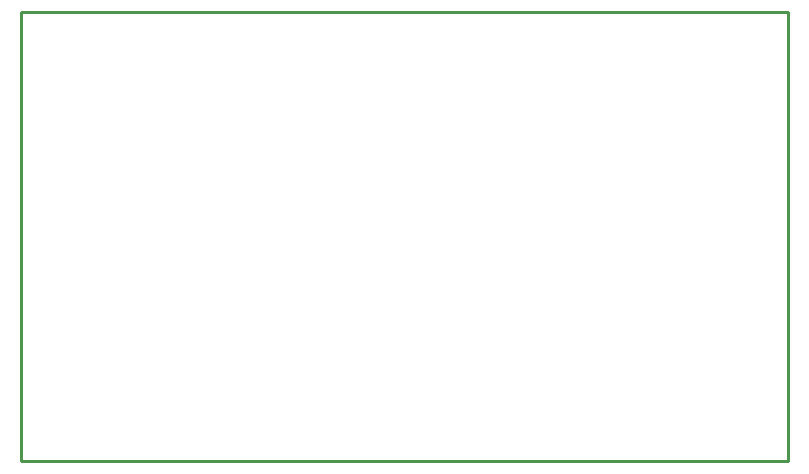
<source format=gbo>
G04*
G04 #@! TF.GenerationSoftware,Altium Limited,Altium Designer,24.7.2 (38)*
G04*
G04 Layer_Color=32896*
%FSAX44Y44*%
%MOMM*%
G71*
G04*
G04 #@! TF.SameCoordinates,24FF2C46-A417-480C-89B1-4EDC075265FB*
G04*
G04*
G04 #@! TF.FilePolarity,Positive*
G04*
G01*
G75*
%ADD11C,0.2540*%
D11*
X00000000Y00000000D02*
Y00380000D01*
X00650000D01*
Y00000000D02*
Y00380000D01*
X00000000Y00000000D02*
X00650000D01*
M02*

</source>
